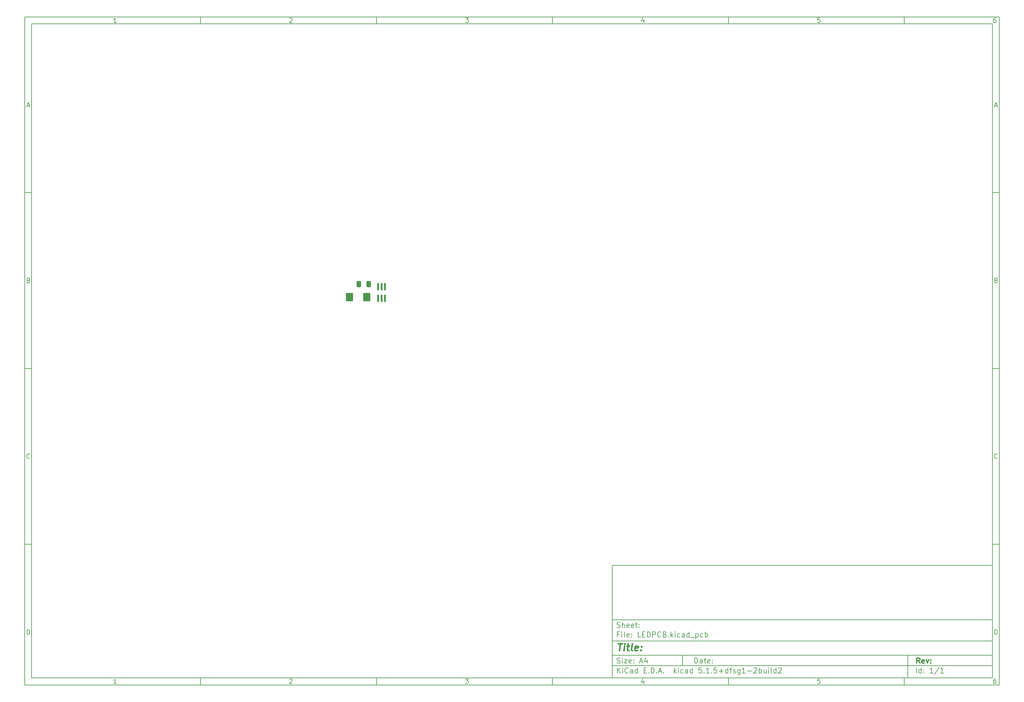
<source format=gbr>
G04 #@! TF.GenerationSoftware,KiCad,Pcbnew,5.1.5+dfsg1-2build2*
G04 #@! TF.CreationDate,2020-12-16T22:25:05+01:00*
G04 #@! TF.ProjectId,LEDPCB,4c454450-4342-42e6-9b69-6361645f7063,rev?*
G04 #@! TF.SameCoordinates,Original*
G04 #@! TF.FileFunction,Paste,Bot*
G04 #@! TF.FilePolarity,Positive*
%FSLAX46Y46*%
G04 Gerber Fmt 4.6, Leading zero omitted, Abs format (unit mm)*
G04 Created by KiCad (PCBNEW 5.1.5+dfsg1-2build2) date 2020-12-16 22:25:05*
%MOMM*%
%LPD*%
G04 APERTURE LIST*
%ADD10C,0.100000*%
%ADD11C,0.150000*%
%ADD12C,0.300000*%
%ADD13C,0.400000*%
%ADD14R,0.500000X2.000000*%
G04 APERTURE END LIST*
D10*
D11*
X177002200Y-166007200D02*
X177002200Y-198007200D01*
X285002200Y-198007200D01*
X285002200Y-166007200D01*
X177002200Y-166007200D01*
D10*
D11*
X10000000Y-10000000D02*
X10000000Y-200007200D01*
X287002200Y-200007200D01*
X287002200Y-10000000D01*
X10000000Y-10000000D01*
D10*
D11*
X12000000Y-12000000D02*
X12000000Y-198007200D01*
X285002200Y-198007200D01*
X285002200Y-12000000D01*
X12000000Y-12000000D01*
D10*
D11*
X60000000Y-12000000D02*
X60000000Y-10000000D01*
D10*
D11*
X110000000Y-12000000D02*
X110000000Y-10000000D01*
D10*
D11*
X160000000Y-12000000D02*
X160000000Y-10000000D01*
D10*
D11*
X210000000Y-12000000D02*
X210000000Y-10000000D01*
D10*
D11*
X260000000Y-12000000D02*
X260000000Y-10000000D01*
D10*
D11*
X36065476Y-11588095D02*
X35322619Y-11588095D01*
X35694047Y-11588095D02*
X35694047Y-10288095D01*
X35570238Y-10473809D01*
X35446428Y-10597619D01*
X35322619Y-10659523D01*
D10*
D11*
X85322619Y-10411904D02*
X85384523Y-10350000D01*
X85508333Y-10288095D01*
X85817857Y-10288095D01*
X85941666Y-10350000D01*
X86003571Y-10411904D01*
X86065476Y-10535714D01*
X86065476Y-10659523D01*
X86003571Y-10845238D01*
X85260714Y-11588095D01*
X86065476Y-11588095D01*
D10*
D11*
X135260714Y-10288095D02*
X136065476Y-10288095D01*
X135632142Y-10783333D01*
X135817857Y-10783333D01*
X135941666Y-10845238D01*
X136003571Y-10907142D01*
X136065476Y-11030952D01*
X136065476Y-11340476D01*
X136003571Y-11464285D01*
X135941666Y-11526190D01*
X135817857Y-11588095D01*
X135446428Y-11588095D01*
X135322619Y-11526190D01*
X135260714Y-11464285D01*
D10*
D11*
X185941666Y-10721428D02*
X185941666Y-11588095D01*
X185632142Y-10226190D02*
X185322619Y-11154761D01*
X186127380Y-11154761D01*
D10*
D11*
X236003571Y-10288095D02*
X235384523Y-10288095D01*
X235322619Y-10907142D01*
X235384523Y-10845238D01*
X235508333Y-10783333D01*
X235817857Y-10783333D01*
X235941666Y-10845238D01*
X236003571Y-10907142D01*
X236065476Y-11030952D01*
X236065476Y-11340476D01*
X236003571Y-11464285D01*
X235941666Y-11526190D01*
X235817857Y-11588095D01*
X235508333Y-11588095D01*
X235384523Y-11526190D01*
X235322619Y-11464285D01*
D10*
D11*
X285941666Y-10288095D02*
X285694047Y-10288095D01*
X285570238Y-10350000D01*
X285508333Y-10411904D01*
X285384523Y-10597619D01*
X285322619Y-10845238D01*
X285322619Y-11340476D01*
X285384523Y-11464285D01*
X285446428Y-11526190D01*
X285570238Y-11588095D01*
X285817857Y-11588095D01*
X285941666Y-11526190D01*
X286003571Y-11464285D01*
X286065476Y-11340476D01*
X286065476Y-11030952D01*
X286003571Y-10907142D01*
X285941666Y-10845238D01*
X285817857Y-10783333D01*
X285570238Y-10783333D01*
X285446428Y-10845238D01*
X285384523Y-10907142D01*
X285322619Y-11030952D01*
D10*
D11*
X60000000Y-198007200D02*
X60000000Y-200007200D01*
D10*
D11*
X110000000Y-198007200D02*
X110000000Y-200007200D01*
D10*
D11*
X160000000Y-198007200D02*
X160000000Y-200007200D01*
D10*
D11*
X210000000Y-198007200D02*
X210000000Y-200007200D01*
D10*
D11*
X260000000Y-198007200D02*
X260000000Y-200007200D01*
D10*
D11*
X36065476Y-199595295D02*
X35322619Y-199595295D01*
X35694047Y-199595295D02*
X35694047Y-198295295D01*
X35570238Y-198481009D01*
X35446428Y-198604819D01*
X35322619Y-198666723D01*
D10*
D11*
X85322619Y-198419104D02*
X85384523Y-198357200D01*
X85508333Y-198295295D01*
X85817857Y-198295295D01*
X85941666Y-198357200D01*
X86003571Y-198419104D01*
X86065476Y-198542914D01*
X86065476Y-198666723D01*
X86003571Y-198852438D01*
X85260714Y-199595295D01*
X86065476Y-199595295D01*
D10*
D11*
X135260714Y-198295295D02*
X136065476Y-198295295D01*
X135632142Y-198790533D01*
X135817857Y-198790533D01*
X135941666Y-198852438D01*
X136003571Y-198914342D01*
X136065476Y-199038152D01*
X136065476Y-199347676D01*
X136003571Y-199471485D01*
X135941666Y-199533390D01*
X135817857Y-199595295D01*
X135446428Y-199595295D01*
X135322619Y-199533390D01*
X135260714Y-199471485D01*
D10*
D11*
X185941666Y-198728628D02*
X185941666Y-199595295D01*
X185632142Y-198233390D02*
X185322619Y-199161961D01*
X186127380Y-199161961D01*
D10*
D11*
X236003571Y-198295295D02*
X235384523Y-198295295D01*
X235322619Y-198914342D01*
X235384523Y-198852438D01*
X235508333Y-198790533D01*
X235817857Y-198790533D01*
X235941666Y-198852438D01*
X236003571Y-198914342D01*
X236065476Y-199038152D01*
X236065476Y-199347676D01*
X236003571Y-199471485D01*
X235941666Y-199533390D01*
X235817857Y-199595295D01*
X235508333Y-199595295D01*
X235384523Y-199533390D01*
X235322619Y-199471485D01*
D10*
D11*
X285941666Y-198295295D02*
X285694047Y-198295295D01*
X285570238Y-198357200D01*
X285508333Y-198419104D01*
X285384523Y-198604819D01*
X285322619Y-198852438D01*
X285322619Y-199347676D01*
X285384523Y-199471485D01*
X285446428Y-199533390D01*
X285570238Y-199595295D01*
X285817857Y-199595295D01*
X285941666Y-199533390D01*
X286003571Y-199471485D01*
X286065476Y-199347676D01*
X286065476Y-199038152D01*
X286003571Y-198914342D01*
X285941666Y-198852438D01*
X285817857Y-198790533D01*
X285570238Y-198790533D01*
X285446428Y-198852438D01*
X285384523Y-198914342D01*
X285322619Y-199038152D01*
D10*
D11*
X10000000Y-60000000D02*
X12000000Y-60000000D01*
D10*
D11*
X10000000Y-110000000D02*
X12000000Y-110000000D01*
D10*
D11*
X10000000Y-160000000D02*
X12000000Y-160000000D01*
D10*
D11*
X10690476Y-35216666D02*
X11309523Y-35216666D01*
X10566666Y-35588095D02*
X11000000Y-34288095D01*
X11433333Y-35588095D01*
D10*
D11*
X11092857Y-84907142D02*
X11278571Y-84969047D01*
X11340476Y-85030952D01*
X11402380Y-85154761D01*
X11402380Y-85340476D01*
X11340476Y-85464285D01*
X11278571Y-85526190D01*
X11154761Y-85588095D01*
X10659523Y-85588095D01*
X10659523Y-84288095D01*
X11092857Y-84288095D01*
X11216666Y-84350000D01*
X11278571Y-84411904D01*
X11340476Y-84535714D01*
X11340476Y-84659523D01*
X11278571Y-84783333D01*
X11216666Y-84845238D01*
X11092857Y-84907142D01*
X10659523Y-84907142D01*
D10*
D11*
X11402380Y-135464285D02*
X11340476Y-135526190D01*
X11154761Y-135588095D01*
X11030952Y-135588095D01*
X10845238Y-135526190D01*
X10721428Y-135402380D01*
X10659523Y-135278571D01*
X10597619Y-135030952D01*
X10597619Y-134845238D01*
X10659523Y-134597619D01*
X10721428Y-134473809D01*
X10845238Y-134350000D01*
X11030952Y-134288095D01*
X11154761Y-134288095D01*
X11340476Y-134350000D01*
X11402380Y-134411904D01*
D10*
D11*
X10659523Y-185588095D02*
X10659523Y-184288095D01*
X10969047Y-184288095D01*
X11154761Y-184350000D01*
X11278571Y-184473809D01*
X11340476Y-184597619D01*
X11402380Y-184845238D01*
X11402380Y-185030952D01*
X11340476Y-185278571D01*
X11278571Y-185402380D01*
X11154761Y-185526190D01*
X10969047Y-185588095D01*
X10659523Y-185588095D01*
D10*
D11*
X287002200Y-60000000D02*
X285002200Y-60000000D01*
D10*
D11*
X287002200Y-110000000D02*
X285002200Y-110000000D01*
D10*
D11*
X287002200Y-160000000D02*
X285002200Y-160000000D01*
D10*
D11*
X285692676Y-35216666D02*
X286311723Y-35216666D01*
X285568866Y-35588095D02*
X286002200Y-34288095D01*
X286435533Y-35588095D01*
D10*
D11*
X286095057Y-84907142D02*
X286280771Y-84969047D01*
X286342676Y-85030952D01*
X286404580Y-85154761D01*
X286404580Y-85340476D01*
X286342676Y-85464285D01*
X286280771Y-85526190D01*
X286156961Y-85588095D01*
X285661723Y-85588095D01*
X285661723Y-84288095D01*
X286095057Y-84288095D01*
X286218866Y-84350000D01*
X286280771Y-84411904D01*
X286342676Y-84535714D01*
X286342676Y-84659523D01*
X286280771Y-84783333D01*
X286218866Y-84845238D01*
X286095057Y-84907142D01*
X285661723Y-84907142D01*
D10*
D11*
X286404580Y-135464285D02*
X286342676Y-135526190D01*
X286156961Y-135588095D01*
X286033152Y-135588095D01*
X285847438Y-135526190D01*
X285723628Y-135402380D01*
X285661723Y-135278571D01*
X285599819Y-135030952D01*
X285599819Y-134845238D01*
X285661723Y-134597619D01*
X285723628Y-134473809D01*
X285847438Y-134350000D01*
X286033152Y-134288095D01*
X286156961Y-134288095D01*
X286342676Y-134350000D01*
X286404580Y-134411904D01*
D10*
D11*
X285661723Y-185588095D02*
X285661723Y-184288095D01*
X285971247Y-184288095D01*
X286156961Y-184350000D01*
X286280771Y-184473809D01*
X286342676Y-184597619D01*
X286404580Y-184845238D01*
X286404580Y-185030952D01*
X286342676Y-185278571D01*
X286280771Y-185402380D01*
X286156961Y-185526190D01*
X285971247Y-185588095D01*
X285661723Y-185588095D01*
D10*
D11*
X200434342Y-193785771D02*
X200434342Y-192285771D01*
X200791485Y-192285771D01*
X201005771Y-192357200D01*
X201148628Y-192500057D01*
X201220057Y-192642914D01*
X201291485Y-192928628D01*
X201291485Y-193142914D01*
X201220057Y-193428628D01*
X201148628Y-193571485D01*
X201005771Y-193714342D01*
X200791485Y-193785771D01*
X200434342Y-193785771D01*
X202577200Y-193785771D02*
X202577200Y-193000057D01*
X202505771Y-192857200D01*
X202362914Y-192785771D01*
X202077200Y-192785771D01*
X201934342Y-192857200D01*
X202577200Y-193714342D02*
X202434342Y-193785771D01*
X202077200Y-193785771D01*
X201934342Y-193714342D01*
X201862914Y-193571485D01*
X201862914Y-193428628D01*
X201934342Y-193285771D01*
X202077200Y-193214342D01*
X202434342Y-193214342D01*
X202577200Y-193142914D01*
X203077200Y-192785771D02*
X203648628Y-192785771D01*
X203291485Y-192285771D02*
X203291485Y-193571485D01*
X203362914Y-193714342D01*
X203505771Y-193785771D01*
X203648628Y-193785771D01*
X204720057Y-193714342D02*
X204577200Y-193785771D01*
X204291485Y-193785771D01*
X204148628Y-193714342D01*
X204077200Y-193571485D01*
X204077200Y-193000057D01*
X204148628Y-192857200D01*
X204291485Y-192785771D01*
X204577200Y-192785771D01*
X204720057Y-192857200D01*
X204791485Y-193000057D01*
X204791485Y-193142914D01*
X204077200Y-193285771D01*
X205434342Y-193642914D02*
X205505771Y-193714342D01*
X205434342Y-193785771D01*
X205362914Y-193714342D01*
X205434342Y-193642914D01*
X205434342Y-193785771D01*
X205434342Y-192857200D02*
X205505771Y-192928628D01*
X205434342Y-193000057D01*
X205362914Y-192928628D01*
X205434342Y-192857200D01*
X205434342Y-193000057D01*
D10*
D11*
X177002200Y-194507200D02*
X285002200Y-194507200D01*
D10*
D11*
X178434342Y-196585771D02*
X178434342Y-195085771D01*
X179291485Y-196585771D02*
X178648628Y-195728628D01*
X179291485Y-195085771D02*
X178434342Y-195942914D01*
X179934342Y-196585771D02*
X179934342Y-195585771D01*
X179934342Y-195085771D02*
X179862914Y-195157200D01*
X179934342Y-195228628D01*
X180005771Y-195157200D01*
X179934342Y-195085771D01*
X179934342Y-195228628D01*
X181505771Y-196442914D02*
X181434342Y-196514342D01*
X181220057Y-196585771D01*
X181077200Y-196585771D01*
X180862914Y-196514342D01*
X180720057Y-196371485D01*
X180648628Y-196228628D01*
X180577200Y-195942914D01*
X180577200Y-195728628D01*
X180648628Y-195442914D01*
X180720057Y-195300057D01*
X180862914Y-195157200D01*
X181077200Y-195085771D01*
X181220057Y-195085771D01*
X181434342Y-195157200D01*
X181505771Y-195228628D01*
X182791485Y-196585771D02*
X182791485Y-195800057D01*
X182720057Y-195657200D01*
X182577200Y-195585771D01*
X182291485Y-195585771D01*
X182148628Y-195657200D01*
X182791485Y-196514342D02*
X182648628Y-196585771D01*
X182291485Y-196585771D01*
X182148628Y-196514342D01*
X182077200Y-196371485D01*
X182077200Y-196228628D01*
X182148628Y-196085771D01*
X182291485Y-196014342D01*
X182648628Y-196014342D01*
X182791485Y-195942914D01*
X184148628Y-196585771D02*
X184148628Y-195085771D01*
X184148628Y-196514342D02*
X184005771Y-196585771D01*
X183720057Y-196585771D01*
X183577200Y-196514342D01*
X183505771Y-196442914D01*
X183434342Y-196300057D01*
X183434342Y-195871485D01*
X183505771Y-195728628D01*
X183577200Y-195657200D01*
X183720057Y-195585771D01*
X184005771Y-195585771D01*
X184148628Y-195657200D01*
X186005771Y-195800057D02*
X186505771Y-195800057D01*
X186720057Y-196585771D02*
X186005771Y-196585771D01*
X186005771Y-195085771D01*
X186720057Y-195085771D01*
X187362914Y-196442914D02*
X187434342Y-196514342D01*
X187362914Y-196585771D01*
X187291485Y-196514342D01*
X187362914Y-196442914D01*
X187362914Y-196585771D01*
X188077200Y-196585771D02*
X188077200Y-195085771D01*
X188434342Y-195085771D01*
X188648628Y-195157200D01*
X188791485Y-195300057D01*
X188862914Y-195442914D01*
X188934342Y-195728628D01*
X188934342Y-195942914D01*
X188862914Y-196228628D01*
X188791485Y-196371485D01*
X188648628Y-196514342D01*
X188434342Y-196585771D01*
X188077200Y-196585771D01*
X189577200Y-196442914D02*
X189648628Y-196514342D01*
X189577200Y-196585771D01*
X189505771Y-196514342D01*
X189577200Y-196442914D01*
X189577200Y-196585771D01*
X190220057Y-196157200D02*
X190934342Y-196157200D01*
X190077200Y-196585771D02*
X190577200Y-195085771D01*
X191077200Y-196585771D01*
X191577200Y-196442914D02*
X191648628Y-196514342D01*
X191577200Y-196585771D01*
X191505771Y-196514342D01*
X191577200Y-196442914D01*
X191577200Y-196585771D01*
X194577200Y-196585771D02*
X194577200Y-195085771D01*
X194720057Y-196014342D02*
X195148628Y-196585771D01*
X195148628Y-195585771D02*
X194577200Y-196157200D01*
X195791485Y-196585771D02*
X195791485Y-195585771D01*
X195791485Y-195085771D02*
X195720057Y-195157200D01*
X195791485Y-195228628D01*
X195862914Y-195157200D01*
X195791485Y-195085771D01*
X195791485Y-195228628D01*
X197148628Y-196514342D02*
X197005771Y-196585771D01*
X196720057Y-196585771D01*
X196577200Y-196514342D01*
X196505771Y-196442914D01*
X196434342Y-196300057D01*
X196434342Y-195871485D01*
X196505771Y-195728628D01*
X196577200Y-195657200D01*
X196720057Y-195585771D01*
X197005771Y-195585771D01*
X197148628Y-195657200D01*
X198434342Y-196585771D02*
X198434342Y-195800057D01*
X198362914Y-195657200D01*
X198220057Y-195585771D01*
X197934342Y-195585771D01*
X197791485Y-195657200D01*
X198434342Y-196514342D02*
X198291485Y-196585771D01*
X197934342Y-196585771D01*
X197791485Y-196514342D01*
X197720057Y-196371485D01*
X197720057Y-196228628D01*
X197791485Y-196085771D01*
X197934342Y-196014342D01*
X198291485Y-196014342D01*
X198434342Y-195942914D01*
X199791485Y-196585771D02*
X199791485Y-195085771D01*
X199791485Y-196514342D02*
X199648628Y-196585771D01*
X199362914Y-196585771D01*
X199220057Y-196514342D01*
X199148628Y-196442914D01*
X199077200Y-196300057D01*
X199077200Y-195871485D01*
X199148628Y-195728628D01*
X199220057Y-195657200D01*
X199362914Y-195585771D01*
X199648628Y-195585771D01*
X199791485Y-195657200D01*
X202362914Y-195085771D02*
X201648628Y-195085771D01*
X201577200Y-195800057D01*
X201648628Y-195728628D01*
X201791485Y-195657200D01*
X202148628Y-195657200D01*
X202291485Y-195728628D01*
X202362914Y-195800057D01*
X202434342Y-195942914D01*
X202434342Y-196300057D01*
X202362914Y-196442914D01*
X202291485Y-196514342D01*
X202148628Y-196585771D01*
X201791485Y-196585771D01*
X201648628Y-196514342D01*
X201577200Y-196442914D01*
X203077200Y-196442914D02*
X203148628Y-196514342D01*
X203077200Y-196585771D01*
X203005771Y-196514342D01*
X203077200Y-196442914D01*
X203077200Y-196585771D01*
X204577200Y-196585771D02*
X203720057Y-196585771D01*
X204148628Y-196585771D02*
X204148628Y-195085771D01*
X204005771Y-195300057D01*
X203862914Y-195442914D01*
X203720057Y-195514342D01*
X205220057Y-196442914D02*
X205291485Y-196514342D01*
X205220057Y-196585771D01*
X205148628Y-196514342D01*
X205220057Y-196442914D01*
X205220057Y-196585771D01*
X206648628Y-195085771D02*
X205934342Y-195085771D01*
X205862914Y-195800057D01*
X205934342Y-195728628D01*
X206077200Y-195657200D01*
X206434342Y-195657200D01*
X206577200Y-195728628D01*
X206648628Y-195800057D01*
X206720057Y-195942914D01*
X206720057Y-196300057D01*
X206648628Y-196442914D01*
X206577200Y-196514342D01*
X206434342Y-196585771D01*
X206077200Y-196585771D01*
X205934342Y-196514342D01*
X205862914Y-196442914D01*
X207362914Y-196014342D02*
X208505771Y-196014342D01*
X207934342Y-196585771D02*
X207934342Y-195442914D01*
X209862914Y-196585771D02*
X209862914Y-195085771D01*
X209862914Y-196514342D02*
X209720057Y-196585771D01*
X209434342Y-196585771D01*
X209291485Y-196514342D01*
X209220057Y-196442914D01*
X209148628Y-196300057D01*
X209148628Y-195871485D01*
X209220057Y-195728628D01*
X209291485Y-195657200D01*
X209434342Y-195585771D01*
X209720057Y-195585771D01*
X209862914Y-195657200D01*
X210362914Y-195585771D02*
X210934342Y-195585771D01*
X210577200Y-196585771D02*
X210577200Y-195300057D01*
X210648628Y-195157200D01*
X210791485Y-195085771D01*
X210934342Y-195085771D01*
X211362914Y-196514342D02*
X211505771Y-196585771D01*
X211791485Y-196585771D01*
X211934342Y-196514342D01*
X212005771Y-196371485D01*
X212005771Y-196300057D01*
X211934342Y-196157200D01*
X211791485Y-196085771D01*
X211577200Y-196085771D01*
X211434342Y-196014342D01*
X211362914Y-195871485D01*
X211362914Y-195800057D01*
X211434342Y-195657200D01*
X211577200Y-195585771D01*
X211791485Y-195585771D01*
X211934342Y-195657200D01*
X213291485Y-195585771D02*
X213291485Y-196800057D01*
X213220057Y-196942914D01*
X213148628Y-197014342D01*
X213005771Y-197085771D01*
X212791485Y-197085771D01*
X212648628Y-197014342D01*
X213291485Y-196514342D02*
X213148628Y-196585771D01*
X212862914Y-196585771D01*
X212720057Y-196514342D01*
X212648628Y-196442914D01*
X212577200Y-196300057D01*
X212577200Y-195871485D01*
X212648628Y-195728628D01*
X212720057Y-195657200D01*
X212862914Y-195585771D01*
X213148628Y-195585771D01*
X213291485Y-195657200D01*
X214791485Y-196585771D02*
X213934342Y-196585771D01*
X214362914Y-196585771D02*
X214362914Y-195085771D01*
X214220057Y-195300057D01*
X214077200Y-195442914D01*
X213934342Y-195514342D01*
X215434342Y-196014342D02*
X216577200Y-196014342D01*
X217220057Y-195228628D02*
X217291485Y-195157200D01*
X217434342Y-195085771D01*
X217791485Y-195085771D01*
X217934342Y-195157200D01*
X218005771Y-195228628D01*
X218077200Y-195371485D01*
X218077200Y-195514342D01*
X218005771Y-195728628D01*
X217148628Y-196585771D01*
X218077200Y-196585771D01*
X218720057Y-196585771D02*
X218720057Y-195085771D01*
X218720057Y-195657200D02*
X218862914Y-195585771D01*
X219148628Y-195585771D01*
X219291485Y-195657200D01*
X219362914Y-195728628D01*
X219434342Y-195871485D01*
X219434342Y-196300057D01*
X219362914Y-196442914D01*
X219291485Y-196514342D01*
X219148628Y-196585771D01*
X218862914Y-196585771D01*
X218720057Y-196514342D01*
X220720057Y-195585771D02*
X220720057Y-196585771D01*
X220077200Y-195585771D02*
X220077200Y-196371485D01*
X220148628Y-196514342D01*
X220291485Y-196585771D01*
X220505771Y-196585771D01*
X220648628Y-196514342D01*
X220720057Y-196442914D01*
X221434342Y-196585771D02*
X221434342Y-195585771D01*
X221434342Y-195085771D02*
X221362914Y-195157200D01*
X221434342Y-195228628D01*
X221505771Y-195157200D01*
X221434342Y-195085771D01*
X221434342Y-195228628D01*
X222362914Y-196585771D02*
X222220057Y-196514342D01*
X222148628Y-196371485D01*
X222148628Y-195085771D01*
X223577200Y-196585771D02*
X223577200Y-195085771D01*
X223577200Y-196514342D02*
X223434342Y-196585771D01*
X223148628Y-196585771D01*
X223005771Y-196514342D01*
X222934342Y-196442914D01*
X222862914Y-196300057D01*
X222862914Y-195871485D01*
X222934342Y-195728628D01*
X223005771Y-195657200D01*
X223148628Y-195585771D01*
X223434342Y-195585771D01*
X223577200Y-195657200D01*
X224220057Y-195228628D02*
X224291485Y-195157200D01*
X224434342Y-195085771D01*
X224791485Y-195085771D01*
X224934342Y-195157200D01*
X225005771Y-195228628D01*
X225077200Y-195371485D01*
X225077200Y-195514342D01*
X225005771Y-195728628D01*
X224148628Y-196585771D01*
X225077200Y-196585771D01*
D10*
D11*
X177002200Y-191507200D02*
X285002200Y-191507200D01*
D10*
D12*
X264411485Y-193785771D02*
X263911485Y-193071485D01*
X263554342Y-193785771D02*
X263554342Y-192285771D01*
X264125771Y-192285771D01*
X264268628Y-192357200D01*
X264340057Y-192428628D01*
X264411485Y-192571485D01*
X264411485Y-192785771D01*
X264340057Y-192928628D01*
X264268628Y-193000057D01*
X264125771Y-193071485D01*
X263554342Y-193071485D01*
X265625771Y-193714342D02*
X265482914Y-193785771D01*
X265197200Y-193785771D01*
X265054342Y-193714342D01*
X264982914Y-193571485D01*
X264982914Y-193000057D01*
X265054342Y-192857200D01*
X265197200Y-192785771D01*
X265482914Y-192785771D01*
X265625771Y-192857200D01*
X265697200Y-193000057D01*
X265697200Y-193142914D01*
X264982914Y-193285771D01*
X266197200Y-192785771D02*
X266554342Y-193785771D01*
X266911485Y-192785771D01*
X267482914Y-193642914D02*
X267554342Y-193714342D01*
X267482914Y-193785771D01*
X267411485Y-193714342D01*
X267482914Y-193642914D01*
X267482914Y-193785771D01*
X267482914Y-192857200D02*
X267554342Y-192928628D01*
X267482914Y-193000057D01*
X267411485Y-192928628D01*
X267482914Y-192857200D01*
X267482914Y-193000057D01*
D10*
D11*
X178362914Y-193714342D02*
X178577200Y-193785771D01*
X178934342Y-193785771D01*
X179077200Y-193714342D01*
X179148628Y-193642914D01*
X179220057Y-193500057D01*
X179220057Y-193357200D01*
X179148628Y-193214342D01*
X179077200Y-193142914D01*
X178934342Y-193071485D01*
X178648628Y-193000057D01*
X178505771Y-192928628D01*
X178434342Y-192857200D01*
X178362914Y-192714342D01*
X178362914Y-192571485D01*
X178434342Y-192428628D01*
X178505771Y-192357200D01*
X178648628Y-192285771D01*
X179005771Y-192285771D01*
X179220057Y-192357200D01*
X179862914Y-193785771D02*
X179862914Y-192785771D01*
X179862914Y-192285771D02*
X179791485Y-192357200D01*
X179862914Y-192428628D01*
X179934342Y-192357200D01*
X179862914Y-192285771D01*
X179862914Y-192428628D01*
X180434342Y-192785771D02*
X181220057Y-192785771D01*
X180434342Y-193785771D01*
X181220057Y-193785771D01*
X182362914Y-193714342D02*
X182220057Y-193785771D01*
X181934342Y-193785771D01*
X181791485Y-193714342D01*
X181720057Y-193571485D01*
X181720057Y-193000057D01*
X181791485Y-192857200D01*
X181934342Y-192785771D01*
X182220057Y-192785771D01*
X182362914Y-192857200D01*
X182434342Y-193000057D01*
X182434342Y-193142914D01*
X181720057Y-193285771D01*
X183077200Y-193642914D02*
X183148628Y-193714342D01*
X183077200Y-193785771D01*
X183005771Y-193714342D01*
X183077200Y-193642914D01*
X183077200Y-193785771D01*
X183077200Y-192857200D02*
X183148628Y-192928628D01*
X183077200Y-193000057D01*
X183005771Y-192928628D01*
X183077200Y-192857200D01*
X183077200Y-193000057D01*
X184862914Y-193357200D02*
X185577200Y-193357200D01*
X184720057Y-193785771D02*
X185220057Y-192285771D01*
X185720057Y-193785771D01*
X186862914Y-192785771D02*
X186862914Y-193785771D01*
X186505771Y-192214342D02*
X186148628Y-193285771D01*
X187077200Y-193285771D01*
D10*
D11*
X263434342Y-196585771D02*
X263434342Y-195085771D01*
X264791485Y-196585771D02*
X264791485Y-195085771D01*
X264791485Y-196514342D02*
X264648628Y-196585771D01*
X264362914Y-196585771D01*
X264220057Y-196514342D01*
X264148628Y-196442914D01*
X264077200Y-196300057D01*
X264077200Y-195871485D01*
X264148628Y-195728628D01*
X264220057Y-195657200D01*
X264362914Y-195585771D01*
X264648628Y-195585771D01*
X264791485Y-195657200D01*
X265505771Y-196442914D02*
X265577200Y-196514342D01*
X265505771Y-196585771D01*
X265434342Y-196514342D01*
X265505771Y-196442914D01*
X265505771Y-196585771D01*
X265505771Y-195657200D02*
X265577200Y-195728628D01*
X265505771Y-195800057D01*
X265434342Y-195728628D01*
X265505771Y-195657200D01*
X265505771Y-195800057D01*
X268148628Y-196585771D02*
X267291485Y-196585771D01*
X267720057Y-196585771D02*
X267720057Y-195085771D01*
X267577200Y-195300057D01*
X267434342Y-195442914D01*
X267291485Y-195514342D01*
X269862914Y-195014342D02*
X268577200Y-196942914D01*
X271148628Y-196585771D02*
X270291485Y-196585771D01*
X270720057Y-196585771D02*
X270720057Y-195085771D01*
X270577200Y-195300057D01*
X270434342Y-195442914D01*
X270291485Y-195514342D01*
D10*
D11*
X177002200Y-187507200D02*
X285002200Y-187507200D01*
D10*
D13*
X178714580Y-188211961D02*
X179857438Y-188211961D01*
X179036009Y-190211961D02*
X179286009Y-188211961D01*
X180274104Y-190211961D02*
X180440771Y-188878628D01*
X180524104Y-188211961D02*
X180416961Y-188307200D01*
X180500295Y-188402438D01*
X180607438Y-188307200D01*
X180524104Y-188211961D01*
X180500295Y-188402438D01*
X181107438Y-188878628D02*
X181869342Y-188878628D01*
X181476485Y-188211961D02*
X181262200Y-189926247D01*
X181333628Y-190116723D01*
X181512200Y-190211961D01*
X181702676Y-190211961D01*
X182655057Y-190211961D02*
X182476485Y-190116723D01*
X182405057Y-189926247D01*
X182619342Y-188211961D01*
X184190771Y-190116723D02*
X183988390Y-190211961D01*
X183607438Y-190211961D01*
X183428866Y-190116723D01*
X183357438Y-189926247D01*
X183452676Y-189164342D01*
X183571723Y-188973866D01*
X183774104Y-188878628D01*
X184155057Y-188878628D01*
X184333628Y-188973866D01*
X184405057Y-189164342D01*
X184381247Y-189354819D01*
X183405057Y-189545295D01*
X185155057Y-190021485D02*
X185238390Y-190116723D01*
X185131247Y-190211961D01*
X185047914Y-190116723D01*
X185155057Y-190021485D01*
X185131247Y-190211961D01*
X185286009Y-188973866D02*
X185369342Y-189069104D01*
X185262200Y-189164342D01*
X185178866Y-189069104D01*
X185286009Y-188973866D01*
X185262200Y-189164342D01*
D10*
D11*
X178934342Y-185600057D02*
X178434342Y-185600057D01*
X178434342Y-186385771D02*
X178434342Y-184885771D01*
X179148628Y-184885771D01*
X179720057Y-186385771D02*
X179720057Y-185385771D01*
X179720057Y-184885771D02*
X179648628Y-184957200D01*
X179720057Y-185028628D01*
X179791485Y-184957200D01*
X179720057Y-184885771D01*
X179720057Y-185028628D01*
X180648628Y-186385771D02*
X180505771Y-186314342D01*
X180434342Y-186171485D01*
X180434342Y-184885771D01*
X181791485Y-186314342D02*
X181648628Y-186385771D01*
X181362914Y-186385771D01*
X181220057Y-186314342D01*
X181148628Y-186171485D01*
X181148628Y-185600057D01*
X181220057Y-185457200D01*
X181362914Y-185385771D01*
X181648628Y-185385771D01*
X181791485Y-185457200D01*
X181862914Y-185600057D01*
X181862914Y-185742914D01*
X181148628Y-185885771D01*
X182505771Y-186242914D02*
X182577200Y-186314342D01*
X182505771Y-186385771D01*
X182434342Y-186314342D01*
X182505771Y-186242914D01*
X182505771Y-186385771D01*
X182505771Y-185457200D02*
X182577200Y-185528628D01*
X182505771Y-185600057D01*
X182434342Y-185528628D01*
X182505771Y-185457200D01*
X182505771Y-185600057D01*
X185077200Y-186385771D02*
X184362914Y-186385771D01*
X184362914Y-184885771D01*
X185577200Y-185600057D02*
X186077200Y-185600057D01*
X186291485Y-186385771D02*
X185577200Y-186385771D01*
X185577200Y-184885771D01*
X186291485Y-184885771D01*
X186934342Y-186385771D02*
X186934342Y-184885771D01*
X187291485Y-184885771D01*
X187505771Y-184957200D01*
X187648628Y-185100057D01*
X187720057Y-185242914D01*
X187791485Y-185528628D01*
X187791485Y-185742914D01*
X187720057Y-186028628D01*
X187648628Y-186171485D01*
X187505771Y-186314342D01*
X187291485Y-186385771D01*
X186934342Y-186385771D01*
X188434342Y-186385771D02*
X188434342Y-184885771D01*
X189005771Y-184885771D01*
X189148628Y-184957200D01*
X189220057Y-185028628D01*
X189291485Y-185171485D01*
X189291485Y-185385771D01*
X189220057Y-185528628D01*
X189148628Y-185600057D01*
X189005771Y-185671485D01*
X188434342Y-185671485D01*
X190791485Y-186242914D02*
X190720057Y-186314342D01*
X190505771Y-186385771D01*
X190362914Y-186385771D01*
X190148628Y-186314342D01*
X190005771Y-186171485D01*
X189934342Y-186028628D01*
X189862914Y-185742914D01*
X189862914Y-185528628D01*
X189934342Y-185242914D01*
X190005771Y-185100057D01*
X190148628Y-184957200D01*
X190362914Y-184885771D01*
X190505771Y-184885771D01*
X190720057Y-184957200D01*
X190791485Y-185028628D01*
X191934342Y-185600057D02*
X192148628Y-185671485D01*
X192220057Y-185742914D01*
X192291485Y-185885771D01*
X192291485Y-186100057D01*
X192220057Y-186242914D01*
X192148628Y-186314342D01*
X192005771Y-186385771D01*
X191434342Y-186385771D01*
X191434342Y-184885771D01*
X191934342Y-184885771D01*
X192077200Y-184957200D01*
X192148628Y-185028628D01*
X192220057Y-185171485D01*
X192220057Y-185314342D01*
X192148628Y-185457200D01*
X192077200Y-185528628D01*
X191934342Y-185600057D01*
X191434342Y-185600057D01*
X192934342Y-186242914D02*
X193005771Y-186314342D01*
X192934342Y-186385771D01*
X192862914Y-186314342D01*
X192934342Y-186242914D01*
X192934342Y-186385771D01*
X193648628Y-186385771D02*
X193648628Y-184885771D01*
X193791485Y-185814342D02*
X194220057Y-186385771D01*
X194220057Y-185385771D02*
X193648628Y-185957200D01*
X194862914Y-186385771D02*
X194862914Y-185385771D01*
X194862914Y-184885771D02*
X194791485Y-184957200D01*
X194862914Y-185028628D01*
X194934342Y-184957200D01*
X194862914Y-184885771D01*
X194862914Y-185028628D01*
X196220057Y-186314342D02*
X196077200Y-186385771D01*
X195791485Y-186385771D01*
X195648628Y-186314342D01*
X195577200Y-186242914D01*
X195505771Y-186100057D01*
X195505771Y-185671485D01*
X195577200Y-185528628D01*
X195648628Y-185457200D01*
X195791485Y-185385771D01*
X196077200Y-185385771D01*
X196220057Y-185457200D01*
X197505771Y-186385771D02*
X197505771Y-185600057D01*
X197434342Y-185457200D01*
X197291485Y-185385771D01*
X197005771Y-185385771D01*
X196862914Y-185457200D01*
X197505771Y-186314342D02*
X197362914Y-186385771D01*
X197005771Y-186385771D01*
X196862914Y-186314342D01*
X196791485Y-186171485D01*
X196791485Y-186028628D01*
X196862914Y-185885771D01*
X197005771Y-185814342D01*
X197362914Y-185814342D01*
X197505771Y-185742914D01*
X198862914Y-186385771D02*
X198862914Y-184885771D01*
X198862914Y-186314342D02*
X198720057Y-186385771D01*
X198434342Y-186385771D01*
X198291485Y-186314342D01*
X198220057Y-186242914D01*
X198148628Y-186100057D01*
X198148628Y-185671485D01*
X198220057Y-185528628D01*
X198291485Y-185457200D01*
X198434342Y-185385771D01*
X198720057Y-185385771D01*
X198862914Y-185457200D01*
X199220057Y-186528628D02*
X200362914Y-186528628D01*
X200720057Y-185385771D02*
X200720057Y-186885771D01*
X200720057Y-185457200D02*
X200862914Y-185385771D01*
X201148628Y-185385771D01*
X201291485Y-185457200D01*
X201362914Y-185528628D01*
X201434342Y-185671485D01*
X201434342Y-186100057D01*
X201362914Y-186242914D01*
X201291485Y-186314342D01*
X201148628Y-186385771D01*
X200862914Y-186385771D01*
X200720057Y-186314342D01*
X202720057Y-186314342D02*
X202577200Y-186385771D01*
X202291485Y-186385771D01*
X202148628Y-186314342D01*
X202077200Y-186242914D01*
X202005771Y-186100057D01*
X202005771Y-185671485D01*
X202077200Y-185528628D01*
X202148628Y-185457200D01*
X202291485Y-185385771D01*
X202577200Y-185385771D01*
X202720057Y-185457200D01*
X203362914Y-186385771D02*
X203362914Y-184885771D01*
X203362914Y-185457200D02*
X203505771Y-185385771D01*
X203791485Y-185385771D01*
X203934342Y-185457200D01*
X204005771Y-185528628D01*
X204077200Y-185671485D01*
X204077200Y-186100057D01*
X204005771Y-186242914D01*
X203934342Y-186314342D01*
X203791485Y-186385771D01*
X203505771Y-186385771D01*
X203362914Y-186314342D01*
D10*
D11*
X177002200Y-181507200D02*
X285002200Y-181507200D01*
D10*
D11*
X178362914Y-183614342D02*
X178577200Y-183685771D01*
X178934342Y-183685771D01*
X179077200Y-183614342D01*
X179148628Y-183542914D01*
X179220057Y-183400057D01*
X179220057Y-183257200D01*
X179148628Y-183114342D01*
X179077200Y-183042914D01*
X178934342Y-182971485D01*
X178648628Y-182900057D01*
X178505771Y-182828628D01*
X178434342Y-182757200D01*
X178362914Y-182614342D01*
X178362914Y-182471485D01*
X178434342Y-182328628D01*
X178505771Y-182257200D01*
X178648628Y-182185771D01*
X179005771Y-182185771D01*
X179220057Y-182257200D01*
X179862914Y-183685771D02*
X179862914Y-182185771D01*
X180505771Y-183685771D02*
X180505771Y-182900057D01*
X180434342Y-182757200D01*
X180291485Y-182685771D01*
X180077200Y-182685771D01*
X179934342Y-182757200D01*
X179862914Y-182828628D01*
X181791485Y-183614342D02*
X181648628Y-183685771D01*
X181362914Y-183685771D01*
X181220057Y-183614342D01*
X181148628Y-183471485D01*
X181148628Y-182900057D01*
X181220057Y-182757200D01*
X181362914Y-182685771D01*
X181648628Y-182685771D01*
X181791485Y-182757200D01*
X181862914Y-182900057D01*
X181862914Y-183042914D01*
X181148628Y-183185771D01*
X183077200Y-183614342D02*
X182934342Y-183685771D01*
X182648628Y-183685771D01*
X182505771Y-183614342D01*
X182434342Y-183471485D01*
X182434342Y-182900057D01*
X182505771Y-182757200D01*
X182648628Y-182685771D01*
X182934342Y-182685771D01*
X183077200Y-182757200D01*
X183148628Y-182900057D01*
X183148628Y-183042914D01*
X182434342Y-183185771D01*
X183577200Y-182685771D02*
X184148628Y-182685771D01*
X183791485Y-182185771D02*
X183791485Y-183471485D01*
X183862914Y-183614342D01*
X184005771Y-183685771D01*
X184148628Y-183685771D01*
X184648628Y-183542914D02*
X184720057Y-183614342D01*
X184648628Y-183685771D01*
X184577200Y-183614342D01*
X184648628Y-183542914D01*
X184648628Y-183685771D01*
X184648628Y-182757200D02*
X184720057Y-182828628D01*
X184648628Y-182900057D01*
X184577200Y-182828628D01*
X184648628Y-182757200D01*
X184648628Y-182900057D01*
D10*
D11*
X197002200Y-191507200D02*
X197002200Y-194507200D01*
D10*
D11*
X261002200Y-191507200D02*
X261002200Y-198007200D01*
D10*
G36*
X108162004Y-85105204D02*
G01*
X108186273Y-85108804D01*
X108210071Y-85114765D01*
X108233171Y-85123030D01*
X108255349Y-85133520D01*
X108276393Y-85146133D01*
X108296098Y-85160747D01*
X108314277Y-85177223D01*
X108330753Y-85195402D01*
X108345367Y-85215107D01*
X108357980Y-85236151D01*
X108368470Y-85258329D01*
X108376735Y-85281429D01*
X108382696Y-85305227D01*
X108386296Y-85329496D01*
X108387500Y-85354000D01*
X108387500Y-86604000D01*
X108386296Y-86628504D01*
X108382696Y-86652773D01*
X108376735Y-86676571D01*
X108368470Y-86699671D01*
X108357980Y-86721849D01*
X108345367Y-86742893D01*
X108330753Y-86762598D01*
X108314277Y-86780777D01*
X108296098Y-86797253D01*
X108276393Y-86811867D01*
X108255349Y-86824480D01*
X108233171Y-86834970D01*
X108210071Y-86843235D01*
X108186273Y-86849196D01*
X108162004Y-86852796D01*
X108137500Y-86854000D01*
X107387500Y-86854000D01*
X107362996Y-86852796D01*
X107338727Y-86849196D01*
X107314929Y-86843235D01*
X107291829Y-86834970D01*
X107269651Y-86824480D01*
X107248607Y-86811867D01*
X107228902Y-86797253D01*
X107210723Y-86780777D01*
X107194247Y-86762598D01*
X107179633Y-86742893D01*
X107167020Y-86721849D01*
X107156530Y-86699671D01*
X107148265Y-86676571D01*
X107142304Y-86652773D01*
X107138704Y-86628504D01*
X107137500Y-86604000D01*
X107137500Y-85354000D01*
X107138704Y-85329496D01*
X107142304Y-85305227D01*
X107148265Y-85281429D01*
X107156530Y-85258329D01*
X107167020Y-85236151D01*
X107179633Y-85215107D01*
X107194247Y-85195402D01*
X107210723Y-85177223D01*
X107228902Y-85160747D01*
X107248607Y-85146133D01*
X107269651Y-85133520D01*
X107291829Y-85123030D01*
X107314929Y-85114765D01*
X107338727Y-85108804D01*
X107362996Y-85105204D01*
X107387500Y-85104000D01*
X108137500Y-85104000D01*
X108162004Y-85105204D01*
G37*
G36*
X105362004Y-85105204D02*
G01*
X105386273Y-85108804D01*
X105410071Y-85114765D01*
X105433171Y-85123030D01*
X105455349Y-85133520D01*
X105476393Y-85146133D01*
X105496098Y-85160747D01*
X105514277Y-85177223D01*
X105530753Y-85195402D01*
X105545367Y-85215107D01*
X105557980Y-85236151D01*
X105568470Y-85258329D01*
X105576735Y-85281429D01*
X105582696Y-85305227D01*
X105586296Y-85329496D01*
X105587500Y-85354000D01*
X105587500Y-86604000D01*
X105586296Y-86628504D01*
X105582696Y-86652773D01*
X105576735Y-86676571D01*
X105568470Y-86699671D01*
X105557980Y-86721849D01*
X105545367Y-86742893D01*
X105530753Y-86762598D01*
X105514277Y-86780777D01*
X105496098Y-86797253D01*
X105476393Y-86811867D01*
X105455349Y-86824480D01*
X105433171Y-86834970D01*
X105410071Y-86843235D01*
X105386273Y-86849196D01*
X105362004Y-86852796D01*
X105337500Y-86854000D01*
X104587500Y-86854000D01*
X104562996Y-86852796D01*
X104538727Y-86849196D01*
X104514929Y-86843235D01*
X104491829Y-86834970D01*
X104469651Y-86824480D01*
X104448607Y-86811867D01*
X104428902Y-86797253D01*
X104410723Y-86780777D01*
X104394247Y-86762598D01*
X104379633Y-86742893D01*
X104367020Y-86721849D01*
X104356530Y-86699671D01*
X104348265Y-86676571D01*
X104342304Y-86652773D01*
X104338704Y-86628504D01*
X104337500Y-86604000D01*
X104337500Y-85354000D01*
X104338704Y-85329496D01*
X104342304Y-85305227D01*
X104348265Y-85281429D01*
X104356530Y-85258329D01*
X104367020Y-85236151D01*
X104379633Y-85215107D01*
X104394247Y-85195402D01*
X104410723Y-85177223D01*
X104428902Y-85160747D01*
X104448607Y-85146133D01*
X104469651Y-85133520D01*
X104491829Y-85123030D01*
X104514929Y-85114765D01*
X104538727Y-85108804D01*
X104562996Y-85105204D01*
X104587500Y-85104000D01*
X105337500Y-85104000D01*
X105362004Y-85105204D01*
G37*
D14*
X110426500Y-86741000D03*
X110426500Y-90041000D03*
X111426500Y-86741000D03*
X111426500Y-90041000D03*
X112426500Y-86741000D03*
X112426500Y-90041000D03*
D10*
G36*
X108049504Y-88488204D02*
G01*
X108073773Y-88491804D01*
X108097571Y-88497765D01*
X108120671Y-88506030D01*
X108142849Y-88516520D01*
X108163893Y-88529133D01*
X108183598Y-88543747D01*
X108201777Y-88560223D01*
X108218253Y-88578402D01*
X108232867Y-88598107D01*
X108245480Y-88619151D01*
X108255970Y-88641329D01*
X108264235Y-88664429D01*
X108270196Y-88688227D01*
X108273796Y-88712496D01*
X108275000Y-88737000D01*
X108275000Y-90587000D01*
X108273796Y-90611504D01*
X108270196Y-90635773D01*
X108264235Y-90659571D01*
X108255970Y-90682671D01*
X108245480Y-90704849D01*
X108232867Y-90725893D01*
X108218253Y-90745598D01*
X108201777Y-90763777D01*
X108183598Y-90780253D01*
X108163893Y-90794867D01*
X108142849Y-90807480D01*
X108120671Y-90817970D01*
X108097571Y-90826235D01*
X108073773Y-90832196D01*
X108049504Y-90835796D01*
X108025000Y-90837000D01*
X106450000Y-90837000D01*
X106425496Y-90835796D01*
X106401227Y-90832196D01*
X106377429Y-90826235D01*
X106354329Y-90817970D01*
X106332151Y-90807480D01*
X106311107Y-90794867D01*
X106291402Y-90780253D01*
X106273223Y-90763777D01*
X106256747Y-90745598D01*
X106242133Y-90725893D01*
X106229520Y-90704849D01*
X106219030Y-90682671D01*
X106210765Y-90659571D01*
X106204804Y-90635773D01*
X106201204Y-90611504D01*
X106200000Y-90587000D01*
X106200000Y-88737000D01*
X106201204Y-88712496D01*
X106204804Y-88688227D01*
X106210765Y-88664429D01*
X106219030Y-88641329D01*
X106229520Y-88619151D01*
X106242133Y-88598107D01*
X106256747Y-88578402D01*
X106273223Y-88560223D01*
X106291402Y-88543747D01*
X106311107Y-88529133D01*
X106332151Y-88516520D01*
X106354329Y-88506030D01*
X106377429Y-88497765D01*
X106401227Y-88491804D01*
X106425496Y-88488204D01*
X106450000Y-88487000D01*
X108025000Y-88487000D01*
X108049504Y-88488204D01*
G37*
G36*
X103124504Y-88488204D02*
G01*
X103148773Y-88491804D01*
X103172571Y-88497765D01*
X103195671Y-88506030D01*
X103217849Y-88516520D01*
X103238893Y-88529133D01*
X103258598Y-88543747D01*
X103276777Y-88560223D01*
X103293253Y-88578402D01*
X103307867Y-88598107D01*
X103320480Y-88619151D01*
X103330970Y-88641329D01*
X103339235Y-88664429D01*
X103345196Y-88688227D01*
X103348796Y-88712496D01*
X103350000Y-88737000D01*
X103350000Y-90587000D01*
X103348796Y-90611504D01*
X103345196Y-90635773D01*
X103339235Y-90659571D01*
X103330970Y-90682671D01*
X103320480Y-90704849D01*
X103307867Y-90725893D01*
X103293253Y-90745598D01*
X103276777Y-90763777D01*
X103258598Y-90780253D01*
X103238893Y-90794867D01*
X103217849Y-90807480D01*
X103195671Y-90817970D01*
X103172571Y-90826235D01*
X103148773Y-90832196D01*
X103124504Y-90835796D01*
X103100000Y-90837000D01*
X101525000Y-90837000D01*
X101500496Y-90835796D01*
X101476227Y-90832196D01*
X101452429Y-90826235D01*
X101429329Y-90817970D01*
X101407151Y-90807480D01*
X101386107Y-90794867D01*
X101366402Y-90780253D01*
X101348223Y-90763777D01*
X101331747Y-90745598D01*
X101317133Y-90725893D01*
X101304520Y-90704849D01*
X101294030Y-90682671D01*
X101285765Y-90659571D01*
X101279804Y-90635773D01*
X101276204Y-90611504D01*
X101275000Y-90587000D01*
X101275000Y-88737000D01*
X101276204Y-88712496D01*
X101279804Y-88688227D01*
X101285765Y-88664429D01*
X101294030Y-88641329D01*
X101304520Y-88619151D01*
X101317133Y-88598107D01*
X101331747Y-88578402D01*
X101348223Y-88560223D01*
X101366402Y-88543747D01*
X101386107Y-88529133D01*
X101407151Y-88516520D01*
X101429329Y-88506030D01*
X101452429Y-88497765D01*
X101476227Y-88491804D01*
X101500496Y-88488204D01*
X101525000Y-88487000D01*
X103100000Y-88487000D01*
X103124504Y-88488204D01*
G37*
M02*

</source>
